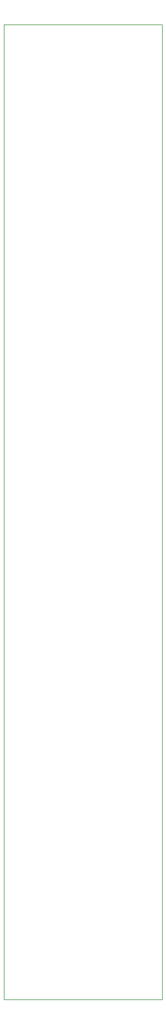
<source format=gbr>
%TF.GenerationSoftware,KiCad,Pcbnew,(5.1.8-0-10_14)*%
%TF.CreationDate,2021-07-03T12:07:01-04:00*%
%TF.ProjectId,unity,756e6974-792e-46b6-9963-61645f706362,rev?*%
%TF.SameCoordinates,Original*%
%TF.FileFunction,Profile,NP*%
%FSLAX46Y46*%
G04 Gerber Fmt 4.6, Leading zero omitted, Abs format (unit mm)*
G04 Created by KiCad (PCBNEW (5.1.8-0-10_14)) date 2021-07-03 12:07:01*
%MOMM*%
%LPD*%
G01*
G04 APERTURE LIST*
%TA.AperFunction,Profile*%
%ADD10C,0.050000*%
%TD*%
G04 APERTURE END LIST*
D10*
X150000000Y-30000000D02*
X174000000Y-30000000D01*
X150000000Y-178000000D02*
X150000000Y-30000000D01*
X174000000Y-178000000D02*
X150000000Y-178000000D01*
X174000000Y-30000000D02*
X174000000Y-178000000D01*
M02*

</source>
